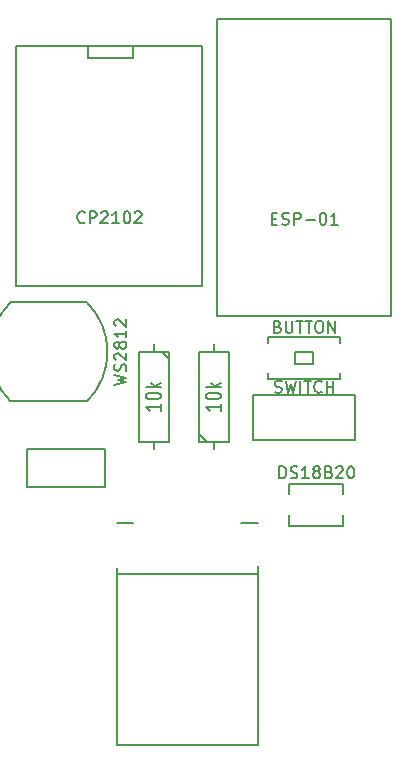
<source format=gto>
G04 (created by PCBNEW (22-Jun-2014 BZR 4027)-stable) date Wed 03 Feb 2016 19:08:17 GMT*
%MOIN*%
G04 Gerber Fmt 3.4, Leading zero omitted, Abs format*
%FSLAX34Y34*%
G01*
G70*
G90*
G04 APERTURE LIST*
%ADD10C,0.00590551*%
%ADD11C,0.005*%
%ADD12C,0.006*%
G04 APERTURE END LIST*
G54D10*
X84400Y-61600D02*
X84400Y-51700D01*
X84400Y-51700D02*
X78600Y-51700D01*
X78600Y-51700D02*
X78600Y-61600D01*
X84400Y-61600D02*
X78600Y-61600D01*
G54D11*
X78250Y-65800D02*
X79000Y-65800D01*
X79000Y-65800D02*
X79000Y-62800D01*
X79000Y-62800D02*
X78000Y-62800D01*
X78000Y-62800D02*
X78000Y-65800D01*
X78000Y-65800D02*
X78250Y-65800D01*
X78500Y-66050D02*
X78500Y-65800D01*
X78500Y-62800D02*
X78500Y-62550D01*
X78250Y-65800D02*
X78000Y-65550D01*
X76750Y-62800D02*
X76000Y-62800D01*
X76000Y-62800D02*
X76000Y-65800D01*
X76000Y-65800D02*
X77000Y-65800D01*
X77000Y-65800D02*
X77000Y-62800D01*
X77000Y-62800D02*
X76750Y-62800D01*
X76500Y-62550D02*
X76500Y-62800D01*
X76500Y-65800D02*
X76500Y-66050D01*
X76750Y-62800D02*
X77000Y-63050D01*
G54D10*
X75800Y-52600D02*
X75800Y-53000D01*
X75800Y-53000D02*
X74300Y-53000D01*
X74300Y-53000D02*
X74300Y-52600D01*
X78100Y-60600D02*
X78100Y-52600D01*
X78100Y-52600D02*
X71900Y-52600D01*
X71900Y-52600D02*
X71900Y-60600D01*
X78100Y-60600D02*
X71900Y-60600D01*
X75250Y-70200D02*
X79950Y-70200D01*
X79950Y-69950D02*
X79950Y-75900D01*
X79950Y-75900D02*
X75250Y-75900D01*
X75250Y-75900D02*
X75250Y-70000D01*
X79400Y-68500D02*
X79950Y-68500D01*
X75800Y-68500D02*
X75250Y-68500D01*
X71700Y-61150D02*
X74250Y-61150D01*
X71700Y-64450D02*
X74250Y-64450D01*
X74250Y-64450D02*
G75*
G03X74250Y-61150I-1650J1650D01*
G74*
G01*
X71700Y-61150D02*
G75*
G03X71700Y-64450I1650J-1650D01*
G74*
G01*
X79800Y-64250D02*
X83200Y-64250D01*
X83200Y-64250D02*
X83200Y-65750D01*
X83200Y-65750D02*
X79800Y-65750D01*
X79800Y-65750D02*
X79800Y-64250D01*
X81800Y-63200D02*
X81800Y-62800D01*
X81800Y-62800D02*
X81200Y-62800D01*
X81200Y-62800D02*
X81200Y-63200D01*
X81200Y-63200D02*
X81800Y-63200D01*
X82700Y-62300D02*
X80300Y-62300D01*
X80300Y-62300D02*
X80300Y-62500D01*
X82700Y-62500D02*
X82700Y-62300D01*
X82700Y-63700D02*
X82700Y-63500D01*
X82700Y-63700D02*
X80300Y-63700D01*
X80300Y-63700D02*
X80300Y-63500D01*
X81000Y-68600D02*
X81000Y-68250D01*
X81000Y-67200D02*
X81000Y-67550D01*
X82800Y-68600D02*
X82800Y-68250D01*
X82800Y-67200D02*
X82800Y-67550D01*
X81000Y-68600D02*
X82800Y-68600D01*
X82800Y-67200D02*
X81000Y-67200D01*
X72250Y-66050D02*
X74850Y-66050D01*
X74850Y-66050D02*
X74850Y-67300D01*
X74850Y-67300D02*
X72250Y-67300D01*
X72250Y-67300D02*
X72250Y-66050D01*
X80412Y-58353D02*
X80543Y-58353D01*
X80600Y-58559D02*
X80412Y-58559D01*
X80412Y-58165D01*
X80600Y-58165D01*
X80750Y-58540D02*
X80806Y-58559D01*
X80900Y-58559D01*
X80937Y-58540D01*
X80956Y-58521D01*
X80975Y-58484D01*
X80975Y-58446D01*
X80956Y-58409D01*
X80937Y-58390D01*
X80900Y-58371D01*
X80825Y-58353D01*
X80787Y-58334D01*
X80768Y-58315D01*
X80750Y-58278D01*
X80750Y-58240D01*
X80768Y-58203D01*
X80787Y-58184D01*
X80825Y-58165D01*
X80918Y-58165D01*
X80975Y-58184D01*
X81143Y-58559D02*
X81143Y-58165D01*
X81293Y-58165D01*
X81331Y-58184D01*
X81350Y-58203D01*
X81368Y-58240D01*
X81368Y-58296D01*
X81350Y-58334D01*
X81331Y-58353D01*
X81293Y-58371D01*
X81143Y-58371D01*
X81537Y-58409D02*
X81837Y-58409D01*
X82099Y-58165D02*
X82137Y-58165D01*
X82174Y-58184D01*
X82193Y-58203D01*
X82212Y-58240D01*
X82231Y-58315D01*
X82231Y-58409D01*
X82212Y-58484D01*
X82193Y-58521D01*
X82174Y-58540D01*
X82137Y-58559D01*
X82099Y-58559D01*
X82062Y-58540D01*
X82043Y-58521D01*
X82024Y-58484D01*
X82006Y-58409D01*
X82006Y-58315D01*
X82024Y-58240D01*
X82043Y-58203D01*
X82062Y-58184D01*
X82099Y-58165D01*
X82606Y-58559D02*
X82381Y-58559D01*
X82493Y-58559D02*
X82493Y-58165D01*
X82456Y-58221D01*
X82418Y-58259D01*
X82381Y-58278D01*
G54D12*
X78702Y-64538D02*
X78702Y-64766D01*
X78702Y-64652D02*
X78202Y-64652D01*
X78273Y-64690D01*
X78321Y-64728D01*
X78345Y-64766D01*
X78202Y-64290D02*
X78202Y-64252D01*
X78226Y-64214D01*
X78250Y-64195D01*
X78297Y-64176D01*
X78392Y-64157D01*
X78511Y-64157D01*
X78607Y-64176D01*
X78654Y-64195D01*
X78678Y-64214D01*
X78702Y-64252D01*
X78702Y-64290D01*
X78678Y-64328D01*
X78654Y-64347D01*
X78607Y-64366D01*
X78511Y-64385D01*
X78392Y-64385D01*
X78297Y-64366D01*
X78250Y-64347D01*
X78226Y-64328D01*
X78202Y-64290D01*
X78702Y-63985D02*
X78202Y-63985D01*
X78511Y-63947D02*
X78702Y-63833D01*
X78369Y-63833D02*
X78559Y-63985D01*
X76702Y-64538D02*
X76702Y-64766D01*
X76702Y-64652D02*
X76202Y-64652D01*
X76273Y-64690D01*
X76321Y-64728D01*
X76345Y-64766D01*
X76202Y-64290D02*
X76202Y-64252D01*
X76226Y-64214D01*
X76250Y-64195D01*
X76297Y-64176D01*
X76392Y-64157D01*
X76511Y-64157D01*
X76607Y-64176D01*
X76654Y-64195D01*
X76678Y-64214D01*
X76702Y-64252D01*
X76702Y-64290D01*
X76678Y-64328D01*
X76654Y-64347D01*
X76607Y-64366D01*
X76511Y-64385D01*
X76392Y-64385D01*
X76297Y-64366D01*
X76250Y-64347D01*
X76226Y-64328D01*
X76202Y-64290D01*
X76702Y-63985D02*
X76202Y-63985D01*
X76511Y-63947D02*
X76702Y-63833D01*
X76369Y-63833D02*
X76559Y-63985D01*
G54D10*
X74175Y-58471D02*
X74156Y-58490D01*
X74100Y-58509D01*
X74062Y-58509D01*
X74006Y-58490D01*
X73968Y-58453D01*
X73950Y-58415D01*
X73931Y-58340D01*
X73931Y-58284D01*
X73950Y-58209D01*
X73968Y-58171D01*
X74006Y-58134D01*
X74062Y-58115D01*
X74100Y-58115D01*
X74156Y-58134D01*
X74175Y-58153D01*
X74343Y-58509D02*
X74343Y-58115D01*
X74493Y-58115D01*
X74531Y-58134D01*
X74550Y-58153D01*
X74568Y-58190D01*
X74568Y-58246D01*
X74550Y-58284D01*
X74531Y-58303D01*
X74493Y-58321D01*
X74343Y-58321D01*
X74718Y-58153D02*
X74737Y-58134D01*
X74775Y-58115D01*
X74868Y-58115D01*
X74906Y-58134D01*
X74925Y-58153D01*
X74943Y-58190D01*
X74943Y-58228D01*
X74925Y-58284D01*
X74700Y-58509D01*
X74943Y-58509D01*
X75318Y-58509D02*
X75093Y-58509D01*
X75206Y-58509D02*
X75206Y-58115D01*
X75168Y-58171D01*
X75131Y-58209D01*
X75093Y-58228D01*
X75562Y-58115D02*
X75599Y-58115D01*
X75637Y-58134D01*
X75656Y-58153D01*
X75674Y-58190D01*
X75693Y-58265D01*
X75693Y-58359D01*
X75674Y-58434D01*
X75656Y-58471D01*
X75637Y-58490D01*
X75599Y-58509D01*
X75562Y-58509D01*
X75524Y-58490D01*
X75506Y-58471D01*
X75487Y-58434D01*
X75468Y-58359D01*
X75468Y-58265D01*
X75487Y-58190D01*
X75506Y-58153D01*
X75524Y-58134D01*
X75562Y-58115D01*
X75843Y-58153D02*
X75862Y-58134D01*
X75899Y-58115D01*
X75993Y-58115D01*
X76031Y-58134D01*
X76049Y-58153D01*
X76068Y-58190D01*
X76068Y-58228D01*
X76049Y-58284D01*
X75824Y-58509D01*
X76068Y-58509D01*
X75165Y-63906D02*
X75559Y-63812D01*
X75278Y-63737D01*
X75559Y-63662D01*
X75165Y-63568D01*
X75540Y-63437D02*
X75559Y-63381D01*
X75559Y-63287D01*
X75540Y-63249D01*
X75521Y-63231D01*
X75484Y-63212D01*
X75446Y-63212D01*
X75409Y-63231D01*
X75390Y-63249D01*
X75371Y-63287D01*
X75353Y-63362D01*
X75334Y-63399D01*
X75315Y-63418D01*
X75278Y-63437D01*
X75240Y-63437D01*
X75203Y-63418D01*
X75184Y-63399D01*
X75165Y-63362D01*
X75165Y-63268D01*
X75184Y-63212D01*
X75203Y-63062D02*
X75184Y-63043D01*
X75165Y-63006D01*
X75165Y-62912D01*
X75184Y-62874D01*
X75203Y-62856D01*
X75240Y-62837D01*
X75278Y-62837D01*
X75334Y-62856D01*
X75559Y-63081D01*
X75559Y-62837D01*
X75334Y-62612D02*
X75315Y-62650D01*
X75296Y-62668D01*
X75259Y-62687D01*
X75240Y-62687D01*
X75203Y-62668D01*
X75184Y-62650D01*
X75165Y-62612D01*
X75165Y-62537D01*
X75184Y-62500D01*
X75203Y-62481D01*
X75240Y-62462D01*
X75259Y-62462D01*
X75296Y-62481D01*
X75315Y-62500D01*
X75334Y-62537D01*
X75334Y-62612D01*
X75353Y-62650D01*
X75371Y-62668D01*
X75409Y-62687D01*
X75484Y-62687D01*
X75521Y-62668D01*
X75540Y-62650D01*
X75559Y-62612D01*
X75559Y-62537D01*
X75540Y-62500D01*
X75521Y-62481D01*
X75484Y-62462D01*
X75409Y-62462D01*
X75371Y-62481D01*
X75353Y-62500D01*
X75334Y-62537D01*
X75559Y-62087D02*
X75559Y-62312D01*
X75559Y-62200D02*
X75165Y-62200D01*
X75221Y-62237D01*
X75259Y-62275D01*
X75278Y-62312D01*
X75203Y-61937D02*
X75184Y-61918D01*
X75165Y-61881D01*
X75165Y-61787D01*
X75184Y-61750D01*
X75203Y-61731D01*
X75240Y-61712D01*
X75278Y-61712D01*
X75334Y-61731D01*
X75559Y-61956D01*
X75559Y-61712D01*
X80515Y-64140D02*
X80571Y-64159D01*
X80665Y-64159D01*
X80703Y-64140D01*
X80721Y-64121D01*
X80740Y-64084D01*
X80740Y-64046D01*
X80721Y-64009D01*
X80703Y-63990D01*
X80665Y-63971D01*
X80590Y-63953D01*
X80553Y-63934D01*
X80534Y-63915D01*
X80515Y-63878D01*
X80515Y-63840D01*
X80534Y-63803D01*
X80553Y-63784D01*
X80590Y-63765D01*
X80684Y-63765D01*
X80740Y-63784D01*
X80871Y-63765D02*
X80965Y-64159D01*
X81040Y-63878D01*
X81115Y-64159D01*
X81209Y-63765D01*
X81359Y-64159D02*
X81359Y-63765D01*
X81490Y-63765D02*
X81715Y-63765D01*
X81603Y-64159D02*
X81603Y-63765D01*
X82071Y-64121D02*
X82053Y-64140D01*
X81996Y-64159D01*
X81959Y-64159D01*
X81903Y-64140D01*
X81865Y-64103D01*
X81846Y-64065D01*
X81828Y-63990D01*
X81828Y-63934D01*
X81846Y-63859D01*
X81865Y-63821D01*
X81903Y-63784D01*
X81959Y-63765D01*
X81996Y-63765D01*
X82053Y-63784D01*
X82071Y-63803D01*
X82240Y-64159D02*
X82240Y-63765D01*
X82240Y-63953D02*
X82465Y-63953D01*
X82465Y-64159D02*
X82465Y-63765D01*
X80609Y-61953D02*
X80665Y-61971D01*
X80684Y-61990D01*
X80703Y-62028D01*
X80703Y-62084D01*
X80684Y-62121D01*
X80665Y-62140D01*
X80628Y-62159D01*
X80478Y-62159D01*
X80478Y-61765D01*
X80609Y-61765D01*
X80646Y-61784D01*
X80665Y-61803D01*
X80684Y-61840D01*
X80684Y-61878D01*
X80665Y-61915D01*
X80646Y-61934D01*
X80609Y-61953D01*
X80478Y-61953D01*
X80871Y-61765D02*
X80871Y-62084D01*
X80890Y-62121D01*
X80909Y-62140D01*
X80946Y-62159D01*
X81021Y-62159D01*
X81059Y-62140D01*
X81078Y-62121D01*
X81096Y-62084D01*
X81096Y-61765D01*
X81228Y-61765D02*
X81453Y-61765D01*
X81340Y-62159D02*
X81340Y-61765D01*
X81528Y-61765D02*
X81753Y-61765D01*
X81640Y-62159D02*
X81640Y-61765D01*
X81959Y-61765D02*
X82034Y-61765D01*
X82071Y-61784D01*
X82109Y-61821D01*
X82128Y-61896D01*
X82128Y-62028D01*
X82109Y-62103D01*
X82071Y-62140D01*
X82034Y-62159D01*
X81959Y-62159D01*
X81921Y-62140D01*
X81884Y-62103D01*
X81865Y-62028D01*
X81865Y-61896D01*
X81884Y-61821D01*
X81921Y-61784D01*
X81959Y-61765D01*
X82296Y-62159D02*
X82296Y-61765D01*
X82521Y-62159D01*
X82521Y-61765D01*
X80662Y-67009D02*
X80662Y-66615D01*
X80756Y-66615D01*
X80812Y-66634D01*
X80850Y-66671D01*
X80868Y-66709D01*
X80887Y-66784D01*
X80887Y-66840D01*
X80868Y-66915D01*
X80850Y-66953D01*
X80812Y-66990D01*
X80756Y-67009D01*
X80662Y-67009D01*
X81037Y-66990D02*
X81093Y-67009D01*
X81187Y-67009D01*
X81225Y-66990D01*
X81243Y-66971D01*
X81262Y-66934D01*
X81262Y-66896D01*
X81243Y-66859D01*
X81225Y-66840D01*
X81187Y-66821D01*
X81112Y-66803D01*
X81075Y-66784D01*
X81056Y-66765D01*
X81037Y-66728D01*
X81037Y-66690D01*
X81056Y-66653D01*
X81075Y-66634D01*
X81112Y-66615D01*
X81206Y-66615D01*
X81262Y-66634D01*
X81637Y-67009D02*
X81412Y-67009D01*
X81525Y-67009D02*
X81525Y-66615D01*
X81487Y-66671D01*
X81450Y-66709D01*
X81412Y-66728D01*
X81862Y-66784D02*
X81825Y-66765D01*
X81806Y-66746D01*
X81787Y-66709D01*
X81787Y-66690D01*
X81806Y-66653D01*
X81825Y-66634D01*
X81862Y-66615D01*
X81937Y-66615D01*
X81974Y-66634D01*
X81993Y-66653D01*
X82012Y-66690D01*
X82012Y-66709D01*
X81993Y-66746D01*
X81974Y-66765D01*
X81937Y-66784D01*
X81862Y-66784D01*
X81825Y-66803D01*
X81806Y-66821D01*
X81787Y-66859D01*
X81787Y-66934D01*
X81806Y-66971D01*
X81825Y-66990D01*
X81862Y-67009D01*
X81937Y-67009D01*
X81974Y-66990D01*
X81993Y-66971D01*
X82012Y-66934D01*
X82012Y-66859D01*
X81993Y-66821D01*
X81974Y-66803D01*
X81937Y-66784D01*
X82312Y-66803D02*
X82368Y-66821D01*
X82387Y-66840D01*
X82406Y-66878D01*
X82406Y-66934D01*
X82387Y-66971D01*
X82368Y-66990D01*
X82331Y-67009D01*
X82181Y-67009D01*
X82181Y-66615D01*
X82312Y-66615D01*
X82349Y-66634D01*
X82368Y-66653D01*
X82387Y-66690D01*
X82387Y-66728D01*
X82368Y-66765D01*
X82349Y-66784D01*
X82312Y-66803D01*
X82181Y-66803D01*
X82556Y-66653D02*
X82574Y-66634D01*
X82612Y-66615D01*
X82706Y-66615D01*
X82743Y-66634D01*
X82762Y-66653D01*
X82781Y-66690D01*
X82781Y-66728D01*
X82762Y-66784D01*
X82537Y-67009D01*
X82781Y-67009D01*
X83024Y-66615D02*
X83062Y-66615D01*
X83099Y-66634D01*
X83118Y-66653D01*
X83137Y-66690D01*
X83156Y-66765D01*
X83156Y-66859D01*
X83137Y-66934D01*
X83118Y-66971D01*
X83099Y-66990D01*
X83062Y-67009D01*
X83024Y-67009D01*
X82987Y-66990D01*
X82968Y-66971D01*
X82949Y-66934D01*
X82931Y-66859D01*
X82931Y-66765D01*
X82949Y-66690D01*
X82968Y-66653D01*
X82987Y-66634D01*
X83024Y-66615D01*
M02*

</source>
